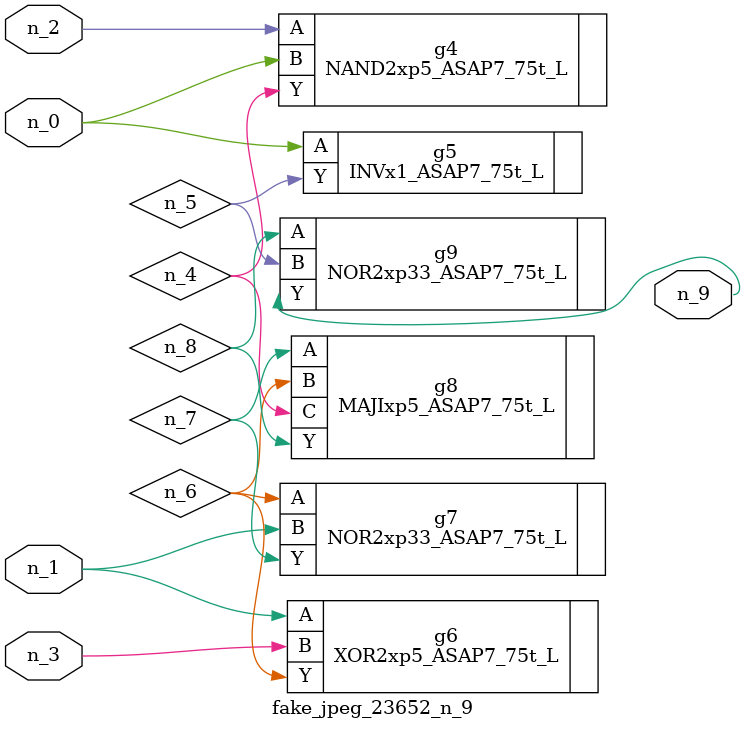
<source format=v>
module fake_jpeg_23652_n_9 (n_0, n_3, n_2, n_1, n_9);

input n_0;
input n_3;
input n_2;
input n_1;

output n_9;

wire n_4;
wire n_8;
wire n_6;
wire n_5;
wire n_7;

NAND2xp5_ASAP7_75t_L g4 ( 
.A(n_2),
.B(n_0),
.Y(n_4)
);

INVx1_ASAP7_75t_L g5 ( 
.A(n_0),
.Y(n_5)
);

XOR2xp5_ASAP7_75t_L g6 ( 
.A(n_1),
.B(n_3),
.Y(n_6)
);

NOR2xp33_ASAP7_75t_L g7 ( 
.A(n_6),
.B(n_1),
.Y(n_7)
);

MAJIxp5_ASAP7_75t_L g8 ( 
.A(n_7),
.B(n_6),
.C(n_4),
.Y(n_8)
);

NOR2xp33_ASAP7_75t_L g9 ( 
.A(n_8),
.B(n_5),
.Y(n_9)
);


endmodule
</source>
